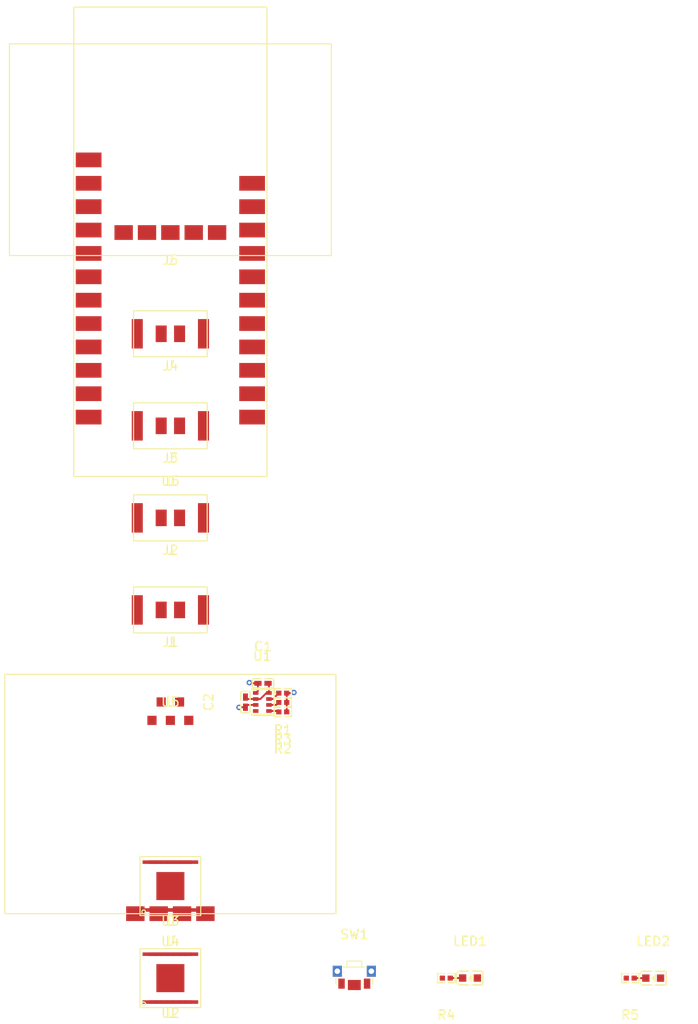
<source format=kicad_pcb>
(kicad_pcb (version 20241229) (generator "atopile") (generator_version "0.12.4")
  (layers (0 "F.Cu" signal) (31 "B.Cu" signal) (34 "B.Paste" user) (35 "F.Paste" user) (36 "B.SilkS" user "B.Silkscreen") (37 "F.SilkS" user "F.Silkscreen") (38 "B.Mask" user) (39 "F.Mask" user) (44 "Edge.Cuts" user))
  (net 0 "")
  (net 1 "drv_left-BIN1")
  (net 2 "CSB")
  (net 3 "drv_left-net-1")
  (net 4 "drv_left-BOUT1")
  (net 5 "drv_right-net-7")
  (net 6 "drv_left-net-9")
  (net 7 "footprint-net-4")
  (net 8 "SCL")
  (net 9 "drv_left-net-0")
  (net 10 "drv_left-net-8")
  (net 11 "footprint-net-1")
  (net 12 "drv_right-net-6")
  (net 13 "drv_left-AIN2")
  (net 14 "INT")
  (net 15 "drv_right-BOUT2")
  (net 16 "GP18")
  (net 17 "_3")
  (net 18 "drv_left-AOUT1")
  (net 19 "_4")
  (net 20 "drv_right-BOUT1")
  (net 21 "drv_left-AIN1")
  (net 22 "drv_left-SLEEP")
  (net 23 "drv_right-SLEEP")
  (net 24 "drv_left-net-7")
  (net 25 "GND")
  (net 26 "footprint-cathode-1")
  (net 27 "drv_left-AOUT2")
  (net 28 "drv_right-net-5")
  (net 29 "power_3v3-anode")
  (net 30 "drv_left-net-6")
  (net 31 "drv_right-net-4")
  (net 32 "footprint-net-3")
  (net 33 "footprint-cathode-0")
  (net 34 "drv_right-BIN2")
  (net 35 "power-anode")
  (net 36 "drv_left-net-5")
  (net 37 "drv_right-net-3")
  (net 38 "drv_right-AOUT2")
  (net 39 "footprint-net-0")
  (net 40 "drv_right-BIN1")
  (net 41 "input")
  (net 42 "power_batt_out-VCC")
  (net 43 "address_bit_0")
  (net 44 "TX")
  (net 45 "drv_right-net-2")
  (net 46 "power_batt_in-VCC")
  (net 47 "drv_left-net-4")
  (net 48 "drv_right-AOUT1")
  (net 49 "RX")
  (net 50 "drv_right-AIN2")
  (net 51 "power_5v-VCC")
  (net 52 "drv_left-net-3")
  (net 53 "drv_right-net-1")
  (net 54 "footprint-net-2")
  (net 55 "drv_right-net-9")
  (net 56 "VBUS")
  (net 57 "drv_right-AIN1")
  (net 58 "drv_right-net-0")
  (net 59 "drv_left-BOUT2")
  (net 60 "drv_right-net-8")
  (net 61 "drv_left-BIN2")
  (net 62 "drv_left-net-2")
  (net 63 "MOSI")
  (net 64 "CHG_STATUS")
  (footprint "TI_DRV8833:TI_DRV8833" (layer "F.Cu") (at 0 0 0)
    (property "Reference" "U2" (at 0 3.8 0) (layer "F.SilkS") (hide no))
    (property "Value" "")
    (fp_line (start -3.3 -3.2) (end 3.3 -3.2) (stroke (width 0.12)) (layer "F.SilkS"))
    (fp_line (start 3.3 -3.2) (end 3.3 3.2) (stroke (width 0.12)) (layer "F.SilkS"))
    (fp_line (start 3.3 3.2) (end -3.3 3.2) (stroke (width 0.12)) (layer "F.SilkS"))
    (fp_line (start -3.3 3.2) (end -3.3 -3.2) (stroke (width 0.12)) (layer "F.SilkS"))
    (fp_circle (center -2.9 2.8) (end -2.7 2.8) (stroke (width 0.12)) (fill no) (layer "F.SilkS"))
    (fp_text user "U" (at 0 3.8 0) (layer "F.SilkS"))
    (pad "AIN1" smd rect (at -2.275 2.6 0) (size 1.5 0.38) (layers "F.Cu" "F.Paste" "F.Mask") (net 9 "drv_left-net-0"))
    (pad "AIN2" smd rect (at -1.625 2.6 0) (size 1.5 0.38) (layers "F.Cu" "F.Paste" "F.Mask") (net 62 "drv_left-net-2"))
    (pad "BIN1" smd rect (at -0.975 2.6 0) (size 1.5 0.38) (layers "F.Cu" "F.Paste" "F.Mask") (net 36 "drv_left-net-5"))
    (pad "BIN2" smd rect (at -0.325 2.6 0) (size 1.5 0.38) (layers "F.Cu" "F.Paste" "F.Mask") (net 30 "drv_left-net-6"))
    (pad "SLEEP" smd rect (at 0.325 2.6 0) (size 1.5 0.38) (layers "F.Cu" "F.Paste" "F.Mask") (net 6 "drv_left-net-9"))
    (pad "nFAULT" smd rect (at 0.975 2.6 0) (size 1.5 0.38) (layers "F.Cu" "F.Paste" "F.Mask") (net 3 "drv_left-net-1"))
    (pad "VM" smd rect (at 1.625 2.6 0) (size 1.5 0.38) (layers "F.Cu" "F.Paste" "F.Mask") (net 51 "power_5v-VCC"))
    (pad "GND" smd rect (at 2.275 2.6 0) (size 1.5 0.38) (layers "F.Cu" "F.Paste" "F.Mask") (net 25 "GND"))
    (pad "AOUT1" smd rect (at -2.275 -2.6 0) (size 1.5 0.38) (layers "F.Cu" "F.Paste" "F.Mask") (net 52 "drv_left-net-3"))
    (pad "AOUT2" smd rect (at -1.625 -2.6 0) (size 1.5 0.38) (layers "F.Cu" "F.Paste" "F.Mask") (net 47 "drv_left-net-4"))
    (pad "BOUT1" smd rect (at -0.975 -2.6 0) (size 1.5 0.38) (layers "F.Cu" "F.Paste" "F.Mask") (net 24 "drv_left-net-7"))
    (pad "BOUT2" smd rect (at -0.325 -2.6 0) (size 1.5 0.38) (layers "F.Cu" "F.Paste" "F.Mask") (net 10 "drv_left-net-8"))
    (pad "VM" smd rect (at 0.325 -2.6 0) (size 1.5 0.38) (layers "F.Cu" "F.Paste" "F.Mask") (net 51 "power_5v-VCC"))
    (pad "GND" smd rect (at 0.975 -2.6 0) (size 1.5 0.38) (layers "F.Cu" "F.Paste" "F.Mask") (net 25 "GND"))
    (pad "SLEEP" smd rect (at 1.625 -2.6 0) (size 1.5 0.38) (layers "F.Cu" "F.Paste" "F.Mask") (net 6 "drv_left-net-9"))
    (pad "nFAULT" smd rect (at 2.275 -2.6 0) (size 1.5 0.38) (layers "F.Cu" "F.Paste" "F.Mask") (net 3 "drv_left-net-1"))
    (pad "GND" smd rect (at 0 0 0) (size 3.05 3.05) (layers "F.Cu" "F.Paste" "F.Mask") (net 25 "GND"))
  )
  (footprint "TI_DRV8833:TI_DRV8833" (layer "F.Cu") (at 0 -10 0)
    (property "Reference" "U3" (at 0 3.8 0) (layer "F.SilkS") (hide no))
    (property "Value" "")
    (fp_line (start -3.3 -3.2) (end 3.3 -3.2) (stroke (width 0.12)) (layer "F.SilkS"))
    (fp_line (start 3.3 -3.2) (end 3.3 3.2) (stroke (width 0.12)) (layer "F.SilkS"))
    (fp_line (start 3.3 3.2) (end -3.3 3.2) (stroke (width 0.12)) (layer "F.SilkS"))
    (fp_line (start -3.3 3.2) (end -3.3 -3.2) (stroke (width 0.12)) (layer "F.SilkS"))
    (fp_circle (center -2.9 2.8) (end -2.7 2.8) (stroke (width 0.12)) (fill no) (layer "F.SilkS"))
    (fp_text user "U" (at 0 3.8 0) (layer "F.SilkS"))
    (pad "AIN1" smd rect (at -2.275 2.6 0) (size 1.5 0.38) (layers "F.Cu" "F.Paste" "F.Mask") (net 58 "drv_right-net-0"))
    (pad "AIN2" smd rect (at -1.625 2.6 0) (size 1.5 0.38) (layers "F.Cu" "F.Paste" "F.Mask") (net 45 "drv_right-net-2"))
    (pad "BIN1" smd rect (at -0.975 2.6 0) (size 1.5 0.38) (layers "F.Cu" "F.Paste" "F.Mask") (net 28 "drv_right-net-5"))
    (pad "BIN2" smd rect (at -0.325 2.6 0) (size 1.5 0.38) (layers "F.Cu" "F.Paste" "F.Mask") (net 12 "drv_right-net-6"))
    (pad "SLEEP" smd rect (at 0.325 2.6 0) (size 1.5 0.38) (layers "F.Cu" "F.Paste" "F.Mask") (net 55 "drv_right-net-9"))
    (pad "nFAULT" smd rect (at 0.975 2.6 0) (size 1.5 0.38) (layers "F.Cu" "F.Paste" "F.Mask") (net 53 "drv_right-net-1"))
    (pad "VM" smd rect (at 1.625 2.6 0) (size 1.5 0.38) (layers "F.Cu" "F.Paste" "F.Mask") (net 51 "power_5v-VCC"))
    (pad "GND" smd rect (at 2.275 2.6 0) (size 1.5 0.38) (layers "F.Cu" "F.Paste" "F.Mask") (net 25 "GND"))
    (pad "AOUT1" smd rect (at -2.275 -2.6 0) (size 1.5 0.38) (layers "F.Cu" "F.Paste" "F.Mask") (net 37 "drv_right-net-3"))
    (pad "AOUT2" smd rect (at -1.625 -2.6 0) (size 1.5 0.38) (layers "F.Cu" "F.Paste" "F.Mask") (net 31 "drv_right-net-4"))
    (pad "BOUT1" smd rect (at -0.975 -2.6 0) (size 1.5 0.38) (layers "F.Cu" "F.Paste" "F.Mask") (net 5 "drv_right-net-7"))
    (pad "BOUT2" smd rect (at -0.325 -2.6 0) (size 1.5 0.38) (layers "F.Cu" "F.Paste" "F.Mask") (net 60 "drv_right-net-8"))
    (pad "VM" smd rect (at 0.325 -2.6 0) (size 1.5 0.38) (layers "F.Cu" "F.Paste" "F.Mask") (net 51 "power_5v-VCC"))
    (pad "GND" smd rect (at 0.975 -2.6 0) (size 1.5 0.38) (layers "F.Cu" "F.Paste" "F.Mask") (net 25 "GND"))
    (pad "SLEEP" smd rect (at 1.625 -2.6 0) (size 1.5 0.38) (layers "F.Cu" "F.Paste" "F.Mask") (net 55 "drv_right-net-9"))
    (pad "nFAULT" smd rect (at 2.275 -2.6 0) (size 1.5 0.38) (layers "F.Cu" "F.Paste" "F.Mask") (net 53 "drv_right-net-1"))
    (pad "GND" smd rect (at 0 0 0) (size 3.05 3.05) (layers "F.Cu" "F.Paste" "F.Mask") (net 25 "GND"))
  )
  (footprint "UBlox_NEO6M:UBlox_NEO6M" (layer "F.Cu") (at 0 -20 0)
    (property "Reference" "U4" (at 0 16 0) (layer "F.SilkS") (hide no))
    (property "Value" "")
    (fp_line (start -18 -13) (end 18 -13) (stroke (width 0.12)) (layer "F.SilkS"))
    (fp_line (start 18 -13) (end 18 13) (stroke (width 0.12)) (layer "F.SilkS"))
    (fp_line (start 18 13) (end -18 13) (stroke (width 0.12)) (layer "F.SilkS"))
    (fp_line (start -18 13) (end -18 -13) (stroke (width 0.12)) (layer "F.SilkS"))
    (fp_text user "U" (at 0 16 0) (layer "F.SilkS"))
    (pad "VCC" smd rect (at -3.81 13 0) (size 2 1.6) (layers "F.Cu" "F.Paste" "F.Mask") (net 29 "power_3v3-anode"))
    (pad "GND" smd rect (at -1.27 13 0) (size 2 1.6) (layers "F.Cu" "F.Paste" "F.Mask") (net 25 "GND"))
    (pad "TX" smd rect (at 1.27 13 0) (size 2 1.6) (layers "F.Cu" "F.Paste" "F.Mask") (net 44 "TX"))
    (pad "RX" smd rect (at 3.81 13 0) (size 2 1.6) (layers "F.Cu" "F.Paste" "F.Mask") (net 49 "RX"))
  )
  (footprint "GY-91:GY-91" (layer "F.Cu") (at 0 -30 0)
    (property "Reference" "U5" (at 0 0 0) (layer "F.SilkS") (hide no))
    (property "Value" "")
    (fp_text user "U" (at 0 0 0) (layer "F.SilkS"))
    (pad "SDA" smd rect (at -2 2 0) (size 1 1) (layers "F.Cu" "F.Paste" "F.Mask") (net 63 "MOSI"))
    (pad "SCL" smd rect (at 0 2 0) (size 1 1) (layers "F.Cu" "F.Paste" "F.Mask") (net 8 "SCL"))
    (pad "INT" smd rect (at 2 2 0) (size 1 1) (layers "F.Cu" "F.Paste" "F.Mask") (net 39 "footprint-net-0"))
    (pad "VCC" smd rect (at -1 0 0) (size 1 1) (layers "F.Cu" "F.Paste" "F.Mask") (net 29 "power_3v3-anode"))
    (pad "GND" smd rect (at 1 0 0) (size 1 1) (layers "F.Cu" "F.Paste" "F.Mask") (net 25 "GND"))
  )
  (footprint "Connector_2Pin_JST_PH:JST_PH_B2B-PH-SM4-TB" (layer "F.Cu") (at 0 -40 0)
    (property "Reference" "J1" (at 0 3.5 0) (layer "F.SilkS") (hide no))
    (property "Value" "")
    (fp_line (start -4 -2.5) (end 4 -2.5) (stroke (width 0.12)) (layer "F.SilkS"))
    (fp_line (start 4 -2.5) (end 4 2.5) (stroke (width 0.12)) (layer "F.SilkS"))
    (fp_line (start 4 2.5) (end -4 2.5) (stroke (width 0.12)) (layer "F.SilkS"))
    (fp_line (start -4 2.5) (end -4 -2.5) (stroke (width 0.12)) (layer "F.SilkS"))
    (fp_text user "J" (at 0 3.5 0) (layer "F.SilkS"))
    (pad "1" smd rect (at -1 0 0) (size 1.2 1.8) (layers "F.Cu" "F.Paste" "F.Mask") (net 18 "drv_left-AOUT1"))
    (pad "2" smd rect (at 1 0 0) (size 1.2 1.8) (layers "F.Cu" "F.Paste" "F.Mask") (net 27 "drv_left-AOUT2"))
    (pad "MP" smd rect (at -3.6 0 0) (size 1.2 3.2) (layers "F.Cu" "F.Paste" "F.Mask") (net 11 "footprint-net-1"))
    (pad "MP" smd rect (at 3.6 0 0) (size 1.2 3.2) (layers "F.Cu" "F.Paste" "F.Mask") (net 11 "footprint-net-1"))
  )
  (footprint "Connector_2Pin_JST_PH:JST_PH_B2B-PH-SM4-TB" (layer "F.Cu") (at 0 -50 0)
    (property "Reference" "J2" (at 0 3.5 0) (layer "F.SilkS") (hide no))
    (property "Value" "")
    (fp_line (start -4 -2.5) (end 4 -2.5) (stroke (width 0.12)) (layer "F.SilkS"))
    (fp_line (start 4 -2.5) (end 4 2.5) (stroke (width 0.12)) (layer "F.SilkS"))
    (fp_line (start 4 2.5) (end -4 2.5) (stroke (width 0.12)) (layer "F.SilkS"))
    (fp_line (start -4 2.5) (end -4 -2.5) (stroke (width 0.12)) (layer "F.SilkS"))
    (fp_text user "J" (at 0 3.5 0) (layer "F.SilkS"))
    (pad "1" smd rect (at -1 0 0) (size 1.2 1.8) (layers "F.Cu" "F.Paste" "F.Mask") (net 4 "drv_left-BOUT1"))
    (pad "2" smd rect (at 1 0 0) (size 1.2 1.8) (layers "F.Cu" "F.Paste" "F.Mask") (net 59 "drv_left-BOUT2"))
    (pad "MP" smd rect (at -3.6 0 0) (size 1.2 3.2) (layers "F.Cu" "F.Paste" "F.Mask") (net 54 "footprint-net-2"))
    (pad "MP" smd rect (at 3.6 0 0) (size 1.2 3.2) (layers "F.Cu" "F.Paste" "F.Mask") (net 54 "footprint-net-2"))
  )
  (footprint "Connector_2Pin_JST_PH:JST_PH_B2B-PH-SM4-TB" (layer "F.Cu") (at 0 -60 0)
    (property "Reference" "J3" (at 0 3.5 0) (layer "F.SilkS") (hide no))
    (property "Value" "")
    (fp_line (start -4 -2.5) (end 4 -2.5) (stroke (width 0.12)) (layer "F.SilkS"))
    (fp_line (start 4 -2.5) (end 4 2.5) (stroke (width 0.12)) (layer "F.SilkS"))
    (fp_line (start 4 2.5) (end -4 2.5) (stroke (width 0.12)) (layer "F.SilkS"))
    (fp_line (start -4 2.5) (end -4 -2.5) (stroke (width 0.12)) (layer "F.SilkS"))
    (fp_text user "J" (at 0 3.5 0) (layer "F.SilkS"))
    (pad "1" smd rect (at -1 0 0) (size 1.2 1.8) (layers "F.Cu" "F.Paste" "F.Mask") (net 48 "drv_right-AOUT1"))
    (pad "2" smd rect (at 1 0 0) (size 1.2 1.8) (layers "F.Cu" "F.Paste" "F.Mask") (net 38 "drv_right-AOUT2"))
    (pad "MP" smd rect (at -3.6 0 0) (size 1.2 3.2) (layers "F.Cu" "F.Paste" "F.Mask") (net 32 "footprint-net-3"))
    (pad "MP" smd rect (at 3.6 0 0) (size 1.2 3.2) (layers "F.Cu" "F.Paste" "F.Mask") (net 32 "footprint-net-3"))
  )
  (footprint "Connector_2Pin_JST_PH:JST_PH_B2B-PH-SM4-TB" (layer "F.Cu") (at 0 -70 0)
    (property "Reference" "J4" (at 0 3.5 0) (layer "F.SilkS") (hide no))
    (property "Value" "")
    (fp_line (start -4 -2.5) (end 4 -2.5) (stroke (width 0.12)) (layer "F.SilkS"))
    (fp_line (start 4 -2.5) (end 4 2.5) (stroke (width 0.12)) (layer "F.SilkS"))
    (fp_line (start 4 2.5) (end -4 2.5) (stroke (width 0.12)) (layer "F.SilkS"))
    (fp_line (start -4 2.5) (end -4 -2.5) (stroke (width 0.12)) (layer "F.SilkS"))
    (fp_text user "J" (at 0 3.5 0) (layer "F.SilkS"))
    (pad "1" smd rect (at -1 0 0) (size 1.2 1.8) (layers "F.Cu" "F.Paste" "F.Mask") (net 20 "drv_right-BOUT1"))
    (pad "2" smd rect (at 1 0 0) (size 1.2 1.8) (layers "F.Cu" "F.Paste" "F.Mask") (net 15 "drv_right-BOUT2"))
    (pad "MP" smd rect (at -3.6 0 0) (size 1.2 3.2) (layers "F.Cu" "F.Paste" "F.Mask") (net 7 "footprint-net-4"))
    (pad "MP" smd rect (at 3.6 0 0) (size 1.2 3.2) (layers "F.Cu" "F.Paste" "F.Mask") (net 7 "footprint-net-4"))
  )
  (footprint "Raspberry_Pi_Pico_2W:Raspberry_Pi_Pico_2W" (layer "F.Cu") (at 0 -80 0)
    (property "Reference" "U6" (at 0 26 0) (layer "F.SilkS") (hide no))
    (property "Value" "")
    (fp_line (start -10.5 -25.5) (end 10.5 -25.5) (stroke (width 0.12)) (layer "F.SilkS"))
    (fp_line (start 10.5 -25.5) (end 10.5 25.5) (stroke (width 0.12)) (layer "F.SilkS"))
    (fp_line (start 10.5 25.5) (end -10.5 25.5) (stroke (width 0.12)) (layer "F.SilkS"))
    (fp_line (start -10.5 25.5) (end -10.5 -25.5) (stroke (width 0.12)) (layer "F.SilkS"))
    (fp_text user "U" (at 0 26 0) (layer "F.SilkS"))
    (pad "GP0" smd rect (at -8.89 19.05 0) (size 2.8 1.6) (layers "F.Cu" "F.Paste" "F.Mask") (net 49 "RX"))
    (pad "GP1" smd rect (at -8.89 16.51 0) (size 2.8 1.6) (layers "F.Cu" "F.Paste" "F.Mask") (net 44 "TX"))
    (pad "GP2" smd rect (at -8.89 13.97 0) (size 2.8 1.6) (layers "F.Cu" "F.Paste" "F.Mask") (net 1 "drv_left-BIN1"))
    (pad "GP3" smd rect (at -8.89 11.43 0) (size 2.8 1.6) (layers "F.Cu" "F.Paste" "F.Mask") (net 61 "drv_left-BIN2"))
    (pad "GP4" smd rect (at -8.89 8.89 0) (size 2.8 1.6) (layers "F.Cu" "F.Paste" "F.Mask") (net 57 "drv_right-AIN1"))
    (pad "GP5" smd rect (at -8.89 6.35 0) (size 2.8 1.6) (layers "F.Cu" "F.Paste" "F.Mask") (net 50 "drv_right-AIN2"))
    (pad "GP6" smd rect (at -8.89 3.81 0) (size 2.8 1.6) (layers "F.Cu" "F.Paste" "F.Mask") (net 40 "drv_right-BIN1"))
    (pad "GP7" smd rect (at -8.89 1.27 0) (size 2.8 1.6) (layers "F.Cu" "F.Paste" "F.Mask") (net 34 "drv_right-BIN2"))
    (pad "GP8" smd rect (at -8.89 -1.27 0) (size 2.8 1.6) (layers "F.Cu" "F.Paste" "F.Mask") (net 21 "drv_left-AIN1"))
    (pad "GP9" smd rect (at -8.89 -3.81 0) (size 2.8 1.6) (layers "F.Cu" "F.Paste" "F.Mask") (net 13 "drv_left-AIN2"))
    (pad "GND" smd rect (at -8.89 -6.35 0) (size 2.8 1.6) (layers "F.Cu" "F.Paste" "F.Mask") (net 25 "GND"))
    (pad "V3V3" smd rect (at -8.89 -8.89 0) (size 2.8 1.6) (layers "F.Cu" "F.Paste" "F.Mask") (net 29 "power_3v3-anode"))
    (pad "SDA" smd rect (at 8.89 19.05 0) (size 2.8 1.6) (layers "F.Cu" "F.Paste" "F.Mask") (net 63 "MOSI"))
    (pad "SCL" smd rect (at 8.89 16.51 0) (size 2.8 1.6) (layers "F.Cu" "F.Paste" "F.Mask") (net 8 "SCL"))
    (pad "VSYS" smd rect (at 8.89 13.97 0) (size 2.8 1.6) (layers "F.Cu" "F.Paste" "F.Mask") (net 42 "power_batt_out-VCC"))
    (pad "VBUS" smd rect (at 8.89 11.43 0) (size 2.8 1.6) (layers "F.Cu" "F.Paste" "F.Mask") (net 56 "VBUS"))
    (pad "GP13" smd rect (at 8.89 8.89 0) (size 2.8 1.6) (layers "F.Cu" "F.Paste" "F.Mask") (net 41 "input"))
    (pad "GP14" smd rect (at 8.89 6.35 0) (size 2.8 1.6) (layers "F.Cu" "F.Paste" "F.Mask") (net 35 "power-anode"))
    (pad "GP15" smd rect (at 8.89 3.81 0) (size 2.8 1.6) (layers "F.Cu" "F.Paste" "F.Mask") (net 22 "drv_left-SLEEP"))
    (pad "GP16" smd rect (at 8.89 1.27 0) (size 2.8 1.6) (layers "F.Cu" "F.Paste" "F.Mask") (net 14 "INT"))
    (pad "GP17" smd rect (at 8.89 -1.27 0) (size 2.8 1.6) (layers "F.Cu" "F.Paste" "F.Mask") (net 23 "drv_right-SLEEP"))
    (pad "GP18" smd rect (at 8.89 -3.81 0) (size 2.8 1.6) (layers "F.Cu" "F.Paste" "F.Mask") (net 16 "GP18"))
    (pad "GND" smd rect (at 8.89 -6.35 0) (size 2.8 1.6) (layers "F.Cu" "F.Paste" "F.Mask") (net 25 "GND"))
  )
  (footprint "AmigoPro_PIM485:AmigoPro_PIM485" (layer "F.Cu") (at 0 -90 0)
    (property "Reference" "J5" (at 0 12 0) (layer "F.SilkS") (hide no))
    (property "Value" "")
    (fp_line (start -17.5 -11.5) (end 17.5 -11.5) (stroke (width 0.12)) (layer "F.SilkS"))
    (fp_line (start 17.5 -11.5) (end 17.5 11.5) (stroke (width 0.12)) (layer "F.SilkS"))
    (fp_line (start 17.5 11.5) (end -17.5 11.5) (stroke (width 0.12)) (layer "F.SilkS"))
    (fp_line (start -17.5 11.5) (end -17.5 -11.5) (stroke (width 0.12)) (layer "F.SilkS"))
    (fp_text user "J" (at 0 12 0) (layer "F.SilkS"))
    (pad "VBAT_IN" smd rect (at -5.08 9 0) (size 2 1.6) (layers "F.Cu" "F.Paste" "F.Mask") (net 46 "power_batt_in-VCC"))
    (pad "VBAT_OUT" smd rect (at -2.54 9 0) (size 2 1.6) (layers "F.Cu" "F.Paste" "F.Mask") (net 42 "power_batt_out-VCC"))
    (pad "V5" smd rect (at 0 9 0) (size 2 1.6) (layers "F.Cu" "F.Paste" "F.Mask") (net 51 "power_5v-VCC"))
    (pad "GND" smd rect (at 2.54 9 0) (size 2 1.6) (layers "F.Cu" "F.Paste" "F.Mask") (net 25 "GND"))
    (pad "CHG_STATUS" smd rect (at 5.08 9 0) (size 2 1.6) (layers "F.Cu" "F.Paste" "F.Mask") (net 64 "CHG_STATUS"))
  )
  (footprint "UNI_ROYAL_0402WGF1002TCE:R0402" (layer "F.Cu") (at 12.219999999999999 -30.960000000000008 180)
    (property "Reference" "R1" (at 0 -4 180) (layer "F.SilkS") (hide no))
    (property "Value" "10kΩ ±1% 62.5mW")
    (fp_line (start -0.23 0.5) (end -0.94 0.5) (stroke (width 0.15)) (layer "F.SilkS"))
    (fp_line (start -0.94 0.5) (end -0.94 -0.5) (stroke (width 0.15)) (layer "F.SilkS"))
    (fp_line (start -0.94 -0.5) (end -0.23 -0.5) (stroke (width 0.15)) (layer "F.SilkS"))
    (fp_line (start 0.23 0.5) (end 0.94 0.5) (stroke (width 0.15)) (layer "F.SilkS"))
    (fp_line (start 0.94 0.5) (end 0.94 -0.5) (stroke (width 0.15)) (layer "F.SilkS"))
    (fp_line (start 0.94 -0.5) (end 0.23 -0.5) (stroke (width 0.15)) (layer "F.SilkS"))
    (fp_text user "${REFERENCE}" (at 0 -4 180) (layer "F.SilkS"))
    (pad "2" smd rect (at 0.43 0 180) (size 0.57 0.54) (layers "F.Cu" "F.Paste" "F.Mask") (net 2 "CSB"))
    (pad "1" smd rect (at -0.43 0 180) (size 0.57 0.54) (layers "F.Cu" "F.Paste" "F.Mask") (net 29 "power_3v3-anode"))
  )
  (footprint "Samsung_Electro_Mechanics_CL05B104KO5NNNC:C0402" (layer "F.Cu") (at 10.069999999999993 -32.03 0)
    (property "Reference" "C1" (at 0 -4 0) (layer "F.SilkS") (hide no))
    (property "Value" "100nF ±10% 16V X7R")
    (fp_line (start 1.02 -0.5) (end 0.23 -0.5) (stroke (width 0.15)) (layer "F.SilkS"))
    (fp_line (start 0.23 0.5) (end 1.02 0.5) (stroke (width 0.15)) (layer "F.SilkS"))
    (fp_line (start 1.17 0.35) (end 1.17 -0.35) (stroke (width 0.15)) (layer "F.SilkS"))
    (fp_line (start -1.02 -0.5) (end -0.23 -0.5) (stroke (width 0.15)) (layer "F.SilkS"))
    (fp_line (start -0.23 0.5) (end -1.02 0.5) (stroke (width 0.15)) (layer "F.SilkS"))
    (fp_line (start -1.17 0.35) (end -1.17 -0.35) (stroke (width 0.15)) (layer "F.SilkS"))
    (fp_arc (start 1.17 0.35) (mid 1.1260660171779822 0.45606601717798206) (end 1.02 0.4999999999999999) (stroke (width 0.15)) (layer "F.SilkS"))
    (fp_arc (start 1.02 -0.5) (mid 1.1260660171779822 -0.4560660171779821) (end 1.17 -0.35) (stroke (width 0.15)) (layer "F.SilkS"))
    (fp_arc (start -1.17 0.35) (mid -1.1260660171779822 0.45606601717798206) (end -1.02 0.4999999999999999) (stroke (width 0.15)) (layer "F.SilkS"))
    (fp_arc (start -1.02 -0.5) (mid -1.1260660171779822 -0.4560660171779821) (end -1.17 -0.35) (stroke (width 0.15)) (layer "F.SilkS"))
    (fp_text user "${REFERENCE}" (at 0 -4 0) (layer "F.SilkS"))
    (pad "2" smd rect (at 0.55 0 0) (size 0.79 0.54) (layers "F.Cu" "F.Paste" "F.Mask") (net 25 "GND"))
    (pad "1" smd rect (at -0.55 0 0) (size 0.79 0.54) (layers "F.Cu" "F.Paste" "F.Mask") (net 29 "power_3v3-anode"))
  )
  (footprint "Samsung_Electro_Mechanics_CL05B104KO5NNNC:C0402" (layer "F.Cu") (at 8.159999999999997 -29.980000000000004 90)
    (property "Reference" "C2" (at 0 -4 90) (layer "F.SilkS") (hide no))
    (property "Value" "100nF ±10% 16V X7R")
    (fp_line (start 1.02 -0.5) (end 0.23 -0.5) (stroke (width 0.15)) (layer "F.SilkS"))
    (fp_line (start 0.23 0.5) (end 1.02 0.5) (stroke (width 0.15)) (layer "F.SilkS"))
    (fp_line (start 1.17 0.35) (end 1.17 -0.35) (stroke (width 0.15)) (layer "F.SilkS"))
    (fp_line (start -1.02 -0.5) (end -0.23 -0.5) (stroke (width 0.15)) (layer "F.SilkS"))
    (fp_line (start -0.23 0.5) (end -1.02 0.5) (stroke (width 0.15)) (layer "F.SilkS"))
    (fp_line (start -1.17 0.35) (end -1.17 -0.35) (stroke (width 0.15)) (layer "F.SilkS"))
    (fp_arc (start 1.17 0.35) (mid 1.1260660171779822 0.45606601717798206) (end 1.02 0.4999999999999999) (stroke (width 0.15)) (layer "F.SilkS"))
    (fp_arc (start 1.02 -0.5) (mid 1.1260660171779822 -0.4560660171779821) (end 1.17 -0.35) (stroke (width 0.15)) (layer "F.SilkS"))
    (fp_arc (start -1.17 0.35) (mid -1.1260660171779822 0.45606601717798206) (end -1.02 0.4999999999999999) (stroke (width 0.15)) (layer "F.SilkS"))
    (fp_arc (start -1.02 -0.5) (mid -1.1260660171779822 -0.4560660171779821) (end -1.17 -0.35) (stroke (width 0.15)) (layer "F.SilkS"))
    (fp_text user "${REFERENCE}" (at 0 -4 90) (layer "F.SilkS"))
    (pad "2" smd rect (at 0.55 0 90) (size 0.79 0.54) (layers "F.Cu" "F.Paste" "F.Mask") (net 25 "GND"))
    (pad "1" smd rect (at -0.55 0 90) (size 0.79 0.54) (layers "F.Cu" "F.Paste" "F.Mask") (net 29 "power_3v3-anode"))
  )
  (footprint "Bosch_Sensortec_BMP280:LGA-8_L2.5-W2.0-P0.65_AMP6127" (layer "F.Cu") (at 10 -30 0)
    (property "Reference" "U1" (at 0 -4.98 0) (layer "F.SilkS") (hide no))
    (property "Value" "")
    (fp_line (start 1.1 1.34) (end 1.1 1.4) (stroke (width 0.25)) (layer "F.SilkS"))
    (fp_line (start 1.1 -1.4) (end 1.1 -1.35) (stroke (width 0.25)) (layer "F.SilkS"))
    (fp_line (start -1.1 1.34) (end -1.1 1.4) (stroke (width 0.25)) (layer "F.SilkS"))
    (fp_line (start -1.1 -1.4) (end -1.1 -1.35) (stroke (width 0.25)) (layer "F.SilkS"))
    (fp_line (start -1.1 1.4) (end 1.1 1.4) (stroke (width 0.25)) (layer "F.SilkS"))
    (fp_line (start -1.1 -1.4) (end 1.1 -1.4) (stroke (width 0.25)) (layer "F.SilkS"))
    (fp_circle (center 1.3 -1) (end 1.4 -1) (stroke (width 0.2)) (fill no) (layer "F.SilkS"))
    (fp_text user "${REFERENCE}" (at 0 -4.98 0) (layer "F.SilkS"))
    (pad "5" smd rect (at -0.72 0.98 0) (size 0.6 0.4) (layers "F.Cu" "F.Paste" "F.Mask") (net 43 "address_bit_0"))
    (pad "6" smd rect (at -0.72 0.32 0) (size 0.6 0.4) (layers "F.Cu" "F.Paste" "F.Mask") (net 29 "power_3v3-anode"))
    (pad "7" smd rect (at -0.72 -0.32 0) (size 0.6 0.4) (layers "F.Cu" "F.Paste" "F.Mask") (net 25 "GND"))
    (pad "8" smd rect (at -0.72 -0.98 0) (size 0.6 0.4) (layers "F.Cu" "F.Paste" "F.Mask") (net 29 "power_3v3-anode"))
    (pad "4" smd rect (at 0.72 0.98 0) (size 0.6 0.4) (layers "F.Cu" "F.Paste" "F.Mask") (net 8 "SCL"))
    (pad "3" smd rect (at 0.72 0.32 0) (size 0.6 0.4) (layers "F.Cu" "F.Paste" "F.Mask") (net 63 "MOSI"))
    (pad "2" smd rect (at 0.72 -0.32 0) (size 0.6 0.4) (layers "F.Cu" "F.Paste" "F.Mask") (net 2 "CSB"))
    (pad "1" smd rect (at 0.72 -0.98 0) (size 0.6 0.4) (layers "F.Cu" "F.Paste" "F.Mask") (net 25 "GND"))
  )
  (footprint "UNI_ROYAL_0402WGF1002TCE:R0402" (layer "F.Cu") (at 12.219999999999999 -28.92 180)
    (property "Reference" "R2" (at 0 -4 180) (layer "F.SilkS") (hide no))
    (property "Value" "10kΩ ±1% 62.5mW")
    (fp_line (start -0.23 0.5) (end -0.94 0.5) (stroke (width 0.15)) (layer "F.SilkS"))
    (fp_line (start -0.94 0.5) (end -0.94 -0.5) (stroke (width 0.15)) (layer "F.SilkS"))
    (fp_line (start -0.94 -0.5) (end -0.23 -0.5) (stroke (width 0.15)) (layer "F.SilkS"))
    (fp_line (start 0.23 0.5) (end 0.94 0.5) (stroke (width 0.15)) (layer "F.SilkS"))
    (fp_line (start 0.94 0.5) (end 0.94 -0.5) (stroke (width 0.15)) (layer "F.SilkS"))
    (fp_line (start 0.94 -0.5) (end 0.23 -0.5) (stroke (width 0.15)) (layer "F.SilkS"))
    (fp_text user "${REFERENCE}" (at 0 -4 180) (layer "F.SilkS"))
    (pad "2" smd rect (at 0.43 0 180) (size 0.57 0.54) (layers "F.Cu" "F.Paste" "F.Mask") (net 8 "SCL"))
    (pad "1" smd rect (at -0.43 0 180) (size 0.57 0.54) (layers "F.Cu" "F.Paste" "F.Mask") (net 29 "power_3v3-anode"))
  )
  (footprint "UNI_ROYAL_0402WGF1002TCE:R0402" (layer "F.Cu") (at 12.219999999999999 -29.950000000000003 180)
    (property "Reference" "R3" (at 0 -4 180) (layer "F.SilkS") (hide no))
    (property "Value" "10kΩ ±1% 62.5mW")
    (fp_line (start -0.23 0.5) (end -0.94 0.5) (stroke (width 0.15)) (layer "F.SilkS"))
    (fp_line (start -0.94 0.5) (end -0.94 -0.5) (stroke (width 0.15)) (layer "F.SilkS"))
    (fp_line (start -0.94 -0.5) (end -0.23 -0.5) (stroke (width 0.15)) (layer "F.SilkS"))
    (fp_line (start 0.23 0.5) (end 0.94 0.5) (stroke (width 0.15)) (layer "F.SilkS"))
    (fp_line (start 0.94 0.5) (end 0.94 -0.5) (stroke (width 0.15)) (layer "F.SilkS"))
    (fp_line (start 0.94 -0.5) (end 0.23 -0.5) (stroke (width 0.15)) (layer "F.SilkS"))
    (fp_text user "${REFERENCE}" (at 0 -4 180) (layer "F.SilkS"))
    (pad "2" smd rect (at 0.43 0 180) (size 0.57 0.54) (layers "F.Cu" "F.Paste" "F.Mask") (net 63 "MOSI"))
    (pad "1" smd rect (at -0.43 0 180) (size 0.57 0.54) (layers "F.Cu" "F.Paste" "F.Mask") (net 29 "power_3v3-anode"))
  )
  (footprint "ALPSALPINE_SKTDLDE010:KEY-SMD_SKTDLDE010" (layer "F.Cu") (at 20 0 0)
    (property "Reference" "SW1" (at 0 -4.75 0) (layer "F.SilkS") (hide no))
    (property "Value" "")
    (fp_line (start -0.8 -1.25) (end -0.8 -1.85) (stroke (width 0.1)) (layer "F.SilkS"))
    (fp_line (start -0.8 -1.85) (end 0.8 -1.85) (stroke (width 0.1)) (layer "F.SilkS"))
    (fp_line (start 0.8 -1.85) (end 0.8 -1.25) (stroke (width 0.1)) (layer "F.SilkS"))
    (fp_line (start 0 -1.2) (end 1.2 -1.2) (stroke (width 0.1)) (layer "F.SilkS"))
    (fp_line (start 0 -1.2) (end -1.2 -1.2) (stroke (width 0.1)) (layer "F.SilkS"))
    (fp_line (start -2 0.65) (end -1.89 0.65) (stroke (width 0.1)) (layer "F.SilkS"))
    (fp_line (start -0.88 0.65) (end -0.85 0.65) (stroke (width 0.1)) (layer "F.SilkS"))
    (fp_line (start 0.85 0.65) (end 0.89 0.65) (stroke (width 0.1)) (layer "F.SilkS"))
    (fp_line (start 1.9 0.65) (end 2 0.65) (stroke (width 0.1)) (layer "F.SilkS"))
    (fp_line (start 2 0.65) (end 2 0) (stroke (width 0.1)) (layer "F.SilkS"))
    (fp_line (start -2 0.65) (end -2 0) (stroke (width 0.1)) (layer "F.SilkS"))
    (fp_text user "${REFERENCE}" (at 0 -4.75 0) (layer "F.SilkS"))
    (pad "2" smd rect (at -1.39 0.6 0) (size 0.7 1.1) (layers "F.Cu" "F.Paste" "F.Mask") (net 25 "GND"))
    (pad "1" smd rect (at 1.39 0.6 0) (size 0.7 1.1) (layers "F.Cu" "F.Paste" "F.Mask") (net 41 "input"))
    (pad "3" smd rect (at 0 0.75 0) (size 1.4 1.1) (layers "F.Cu" "F.Paste" "F.Mask") (net 17 "_3"))
    (pad "4" thru_hole rect (at 1.85 -0.75 0) (size 1 1.2) (drill 0.599948) (layers "*.Cu" "*.Mask") (net 19 "_4"))
    (pad "4" thru_hole rect (at -1.85 -0.75 0) (size 1 1.2) (drill 0.599948) (layers "*.Cu" "*.Mask") (net 19 "_4"))
  )
  (footprint "UNI_ROYAL_0402WGF1001TCE:R0402" (layer "F.Cu") (at 30 0 180)
    (property "Reference" "R4" (at 0 -4 180) (layer "F.SilkS") (hide no))
    (property "Value" "1kΩ ±1% 62.5mW")
    (fp_line (start -0.23 0.5) (end -0.94 0.5) (stroke (width 0.15)) (layer "F.SilkS"))
    (fp_line (start -0.94 0.5) (end -0.94 -0.5) (stroke (width 0.15)) (layer "F.SilkS"))
    (fp_line (start -0.94 -0.5) (end -0.23 -0.5) (stroke (width 0.15)) (layer "F.SilkS"))
    (fp_line (start 0.23 0.5) (end 0.94 0.5) (stroke (width 0.15)) (layer "F.SilkS"))
    (fp_line (start 0.94 0.5) (end 0.94 -0.5) (stroke (width 0.15)) (layer "F.SilkS"))
    (fp_line (start 0.94 -0.5) (end 0.23 -0.5) (stroke (width 0.15)) (layer "F.SilkS"))
    (fp_text user "${REFERENCE}" (at 0 -4 180) (layer "F.SilkS"))
    (pad "2" smd rect (at 0.43 0 180) (size 0.57 0.54) (layers "F.Cu" "F.Paste" "F.Mask") (net 25 "GND"))
    (pad "1" smd rect (at -0.43 0 180) (size 0.57 0.54) (layers "F.Cu" "F.Paste" "F.Mask") (net 33 "footprint-cathode-0"))
  )
  (footprint "Hubei_KENTO_Elec_KT_0603G:LED0603-RD" (layer "F.Cu") (at 32.58000000000001 -0.009999999999990905 0)
    (property "Reference" "LED1" (at 0 -4 0) (layer "F.SilkS") (hide no))
    (property "Value" "")
    (fp_line (start 0.22 0.33) (end 0.21 0.33) (stroke (width 0.15)) (layer "F.SilkS"))
    (fp_line (start 0.21 0.33) (end -0.12 0) (stroke (width 0.15)) (layer "F.SilkS"))
    (fp_line (start 0.22 -0.35) (end 0.22 -0.34) (stroke (width 0.15)) (layer "F.SilkS"))
    (fp_line (start 0.22 -0.34) (end -0.12 0) (stroke (width 0.15)) (layer "F.SilkS"))
    (fp_line (start 0.22 -0.35) (end 0.22 0.33) (stroke (width 0.15)) (layer "F.SilkS"))
    (fp_line (start 0.24 -0.75) (end 1.39 -0.75) (stroke (width 0.15)) (layer "F.SilkS"))
    (fp_line (start 0.24 0.75) (end 1.39 0.75) (stroke (width 0.15)) (layer "F.SilkS"))
    (fp_line (start 1.39 -0.75) (end 1.39 0.73) (stroke (width 0.15)) (layer "F.SilkS"))
    (fp_line (start -0.14 0.75) (end -1.19 0.75) (stroke (width 0.15)) (layer "F.SilkS"))
    (fp_line (start -1.49 0.35) (end -1.49 0.45) (stroke (width 0.15)) (layer "F.SilkS"))
    (fp_line (start -1.49 0.45) (end -1.19 0.75) (stroke (width 0.15)) (layer "F.SilkS"))
    (fp_line (start -1.49 -0.35) (end -1.49 0.35) (stroke (width 0.15)) (layer "F.SilkS"))
    (fp_line (start -1.49 -0.35) (end -1.49 -0.45) (stroke (width 0.15)) (layer "F.SilkS"))
    (fp_line (start -1.49 -0.45) (end -1.19 -0.75) (stroke (width 0.15)) (layer "F.SilkS"))
    (fp_line (start -0.14 -0.75) (end -1.19 -0.75) (stroke (width 0.15)) (layer "F.SilkS"))
    (fp_line (start 0.22 0) (end -0.12 0) (stroke (width 0.15)) (layer "F.SilkS"))
    (fp_text user "${REFERENCE}" (at 0 -4 0) (layer "F.SilkS"))
    (pad "2" smd rect (at 0.8 0 90) (size 0.8 0.8) (layers "F.Cu" "F.Paste" "F.Mask") (net 29 "power_3v3-anode"))
    (pad "1" smd rect (at -0.8 0 90) (size 0.8 0.8) (layers "F.Cu" "F.Paste" "F.Mask") (net 33 "footprint-cathode-0"))
  )
  (footprint "UNI_ROYAL_0402WGF1002TCE:R0402" (layer "F.Cu") (at 50 0 180)
    (property "Reference" "R5" (at 0 -4 180) (layer "F.SilkS") (hide no))
    (property "Value" "10kΩ ±1% 62.5mW")
    (fp_line (start -0.23 0.5) (end -0.94 0.5) (stroke (width 0.15)) (layer "F.SilkS"))
    (fp_line (start -0.94 0.5) (end -0.94 -0.5) (stroke (width 0.15)) (layer "F.SilkS"))
    (fp_line (start -0.94 -0.5) (end -0.23 -0.5) (stroke (width 0.15)) (layer "F.SilkS"))
    (fp_line (start 0.23 0.5) (end 0.94 0.5) (stroke (width 0.15)) (layer "F.SilkS"))
    (fp_line (start 0.94 0.5) (end 0.94 -0.5) (stroke (width 0.15)) (layer "F.SilkS"))
    (fp_line (start 0.94 -0.5) (end 0.23 -0.5) (stroke (width 0.15)) (layer "F.SilkS"))
    (fp_text user "${REFERENCE}" (at 0 -4 180) (layer "F.SilkS"))
    (pad "2" smd rect (at 0.43 0 180) (size 0.57 0.54) (layers "F.Cu" "F.Paste" "F.Mask") (net 25 "GND"))
    (pad "1" smd rect (at -0.43 0 180) (size 0.57 0.54) (layers "F.Cu" "F.Paste" "F.Mask") (net 26 "footprint-cathode-1"))
  )
  (footprint "Hubei_KENTO_Elec_KT_0603R:LED0603-RD" (layer "F.Cu") (at 52.5 0 0)
    (property "Reference" "LED2" (at 0 -4 0) (layer "F.SilkS") (hide no))
    (property "Value" "")
    (fp_line (start 0.22 0.33) (end 0.21 0.33) (stroke (width 0.15)) (layer "F.SilkS"))
    (fp_line (start 0.21 0.33) (end -0.12 0) (stroke (width 0.15)) (layer "F.SilkS"))
    (fp_line (start 0.22 -0.35) (end 0.22 -0.34) (stroke (width 0.15)) (layer "F.SilkS"))
    (fp_line (start 0.22 -0.34) (end -0.12 0) (stroke (width 0.15)) (layer "F.SilkS"))
    (fp_line (start 0.22 -0.35) (end 0.22 0.33) (stroke (width 0.15)) (layer "F.SilkS"))
    (fp_line (start 0.24 -0.75) (end 1.39 -0.75) (stroke (width 0.15)) (layer "F.SilkS"))
    (fp_line (start 0.24 0.75) (end 1.39 0.75) (stroke (width 0.15)) (layer "F.SilkS"))
    (fp_line (start 1.39 -0.75) (end 1.39 0.73) (stroke (width 0.15)) (layer "F.SilkS"))
    (fp_line (start -0.14 0.75) (end -1.19 0.75) (stroke (width 0.15)) (layer "F.SilkS"))
    (fp_line (start -1.49 0.35) (end -1.49 0.45) (stroke (width 0.15)) (layer "F.SilkS"))
    (fp_line (start -1.49 0.45) (end -1.19 0.75) (stroke (width 0.15)) (layer "F.SilkS"))
    (fp_line (start -1.49 -0.35) (end -1.49 0.35) (stroke (width 0.15)) (layer "F.SilkS"))
    (fp_line (start -1.49 -0.35) (end -1.49 -0.45) (stroke (width 0.15)) (layer "F.SilkS"))
    (fp_line (start -1.49 -0.45) (end -1.19 -0.75) (stroke (width 0.15)) (layer "F.SilkS"))
    (fp_line (start -0.14 -0.75) (end -1.19 -0.75) (stroke (width 0.15)) (layer "F.SilkS"))
    (fp_line (start 0.22 0) (end -0.12 0) (stroke (width 0.15)) (layer "F.SilkS"))
    (fp_text user "${REFERENCE}" (at 0 -4 0) (layer "F.SilkS"))
    (pad "2" smd rect (at 0.8 0 90) (size 0.8 0.8) (layers "F.Cu" "F.Paste" "F.Mask") (net 35 "power-anode"))
    (pad "1" smd rect (at -0.8 0 90) (size 0.8 0.8) (layers "F.Cu" "F.Paste" "F.Mask") (net 26 "footprint-cathode-1"))
  )
  (via (at 8.590000000000003 -32.099999999999994) (size 0.6) (drill 0.3) (layers "F.Cu" "B.Cu") (net 29))
  (via (at 7.469999999999999 -29.409999999999997) (size 0.6) (drill 0.3) (layers "F.Cu" "B.Cu") (net 29))
  (via (at 13.429999999999978 -31.03) (size 0.6) (drill 0.3) (layers "F.Cu" "B.Cu") (net 29))
  (segment (start 50.43 0) (end 51.7 0) (width 0.2) (net 26) (layer "F.Cu"))
  (segment (start 10.719999999999999 -31.930000000000007) (end 10.620000000000005 -32.03) (width 0.2) (net 25) (layer "F.Cu"))
  (segment (start 9.280000000000001 -30.320000000000007) (end 9.780000000000001 -30.320000000000007) (width 0.2) (net 25) (layer "F.Cu"))
  (segment (start 10.439999999999998 -30.980000000000004) (end 10.719999999999999 -30.980000000000004) (width 0.2) (net 25) (layer "F.Cu"))
  (segment (start 10.719999999999999 -30.980000000000004) (end 10.719999999999999 -31.930000000000007) (width 0.2) (net 25) (layer "F.Cu"))
  (segment (start 9.780000000000001 -30.320000000000007) (end 10.439999999999998 -30.980000000000004) (width 0.2) (net 25) (layer "F.Cu"))
  (segment (start 8.370000000000005 -30.320000000000007) (end 8.159999999999997 -30.53) (width 0.2) (net 25) (layer "F.Cu"))
  (segment (start 9.280000000000001 -30.320000000000007) (end 8.370000000000005 -30.320000000000007) (width 0.2) (net 25) (layer "F.Cu"))
  (segment (start 9.519999999999982 -31.22) (end 9.280000000000001 -30.980000000000004) (width 0.2) (net 29) (layer "F.Cu"))
  (segment (start 9.519999999999982 -32.03) (end 9.519999999999982 -31.22) (width 0.2) (net 29) (layer "F.Cu"))
  (segment (start 9.519999999999982 -32.03) (end 8.659999999999997 -32.03) (width 0.2) (net 29) (layer "F.Cu"))
  (segment (start 8.659999999999997 -32.03) (end 8.590000000000003 -32.099999999999994) (width 0.2) (net 29) (layer "F.Cu"))
  (segment (start 10.72999999999999 -30.33) (end 10.719999999999999 -30.320000000000007) (width 0.2) (net 2) (layer "F.Cu"))
  (segment (start 11.149999999999977 -30.320000000000007) (end 11.789999999999992 -30.960000000000008) (width 0.2) (net 2) (layer "F.Cu"))
  (segment (start 10.719999999999999 -30.320000000000007) (end 11.149999999999977 -30.320000000000007) (width 0.2) (net 2) (layer "F.Cu"))
  (segment (start 11.519999999999982 -29.680000000000007) (end 10.719999999999999 -29.680000000000007) (width 0.2) (net 63) (layer "F.Cu"))
  (segment (start 11.789999999999992 -29.950000000000003) (end 11.519999999999982 -29.680000000000007) (width 0.2) (net 63) (layer "F.Cu"))
  (segment (start 10.719999999999999 -29.019999999999996) (end 11.689999999999998 -29.019999999999996) (width 0.2) (net 8) (layer "F.Cu"))
  (segment (start 11.689999999999998 -29.019999999999996) (end 11.789999999999992 -28.92) (width 0.2) (net 8) (layer "F.Cu"))
  (segment (start 8.159999999999997 -29.430000000000007) (end 7.489999999999981 -29.430000000000007) (width 0.2) (net 29) (layer "F.Cu"))
  (segment (start 7.489999999999981 -29.430000000000007) (end 7.469999999999999 -29.409999999999997) (width 0.2) (net 29) (layer "F.Cu"))
  (segment (start 12.649999999999977 -30.960000000000008) (end 13.359999999999985 -30.960000000000008) (width 0.2) (net 29) (layer "F.Cu"))
  (segment (start 8.159999999999997 -29.430000000000007) (end 8.409999999999997 -29.680000000000007) (width 0.2) (net 29) (layer "F.Cu"))
  (segment (start 13.359999999999985 -30.960000000000008) (end 13.429999999999978 -31.03) (width 0.2) (net 29) (layer "F.Cu"))
  (segment (start 8.409999999999997 -29.680000000000007) (end 9.280000000000001 -29.680000000000007) (width 0.2) (net 29) (layer "F.Cu"))
  (segment (start 12.649999999999977 -28.92) (end 12.649999999999977 -30.960000000000008) (width 0.2) (net 29) (layer "F.Cu"))
  (segment (start 30.439999999999998 -0.009999999999990905) (end 31.78 -0.009999999999990905) (width 0.2) (net 33) (layer "F.Cu"))
)
</source>
